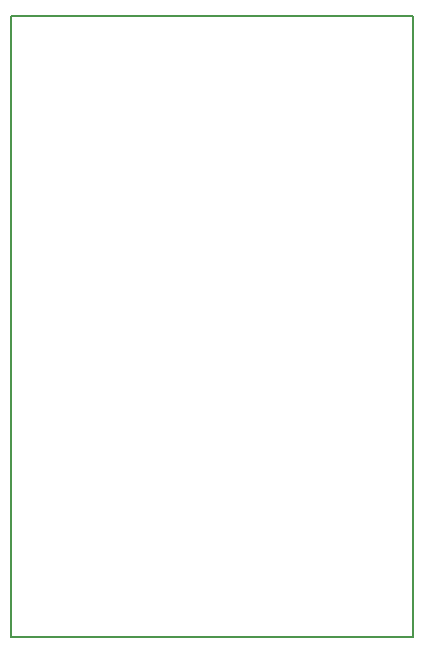
<source format=gbr>
G04 #@! TF.GenerationSoftware,KiCad,Pcbnew,(5.1.0)-1*
G04 #@! TF.CreationDate,2019-05-26T23:58:58+02:00*
G04 #@! TF.ProjectId,UWED,55574544-2e6b-4696-9361-645f70636258,rev?*
G04 #@! TF.SameCoordinates,Original*
G04 #@! TF.FileFunction,Profile,NP*
%FSLAX46Y46*%
G04 Gerber Fmt 4.6, Leading zero omitted, Abs format (unit mm)*
G04 Created by KiCad (PCBNEW (5.1.0)-1) date 2019-05-26 23:58:58*
%MOMM*%
%LPD*%
G04 APERTURE LIST*
%ADD10C,0.150000*%
G04 APERTURE END LIST*
D10*
X131483000Y-132763600D02*
X165519200Y-132763600D01*
X165519200Y-132763600D02*
X165519200Y-80243600D01*
X165519200Y-80243600D02*
X131483000Y-80243600D01*
X131483000Y-80243600D02*
X131483000Y-132763600D01*
M02*

</source>
